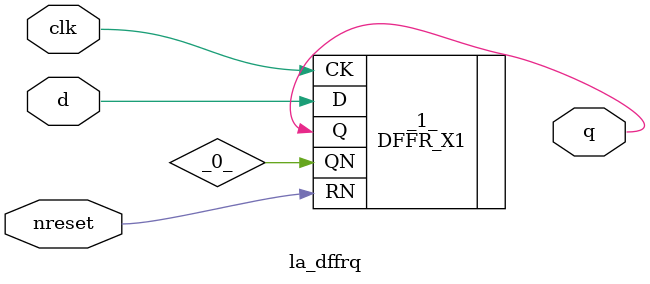
<source format=v>

/* Generated by Yosys 0.44 (git sha1 80ba43d26, g++ 11.4.0-1ubuntu1~22.04 -fPIC -O3) */

(* top =  1  *)
(* src = "generated" *)
module la_dffrq (
    d,
    clk,
    nreset,
    q
);
  (* unused_bits = "0" *)
  wire _0_;
  (* src = "generated" *)
  input clk;
  wire clk;
  (* src = "generated" *)
  input d;
  wire d;
  (* src = "generated" *)
  input nreset;
  wire nreset;
  (* src = "generated" *)
  output q;
  wire q;
  (* src = "generated" *)
  DFFR_X1 _1_ (
      .CK(clk),
      .D (d),
      .Q (q),
      .QN(_0_),
      .RN(nreset)
  );
endmodule

</source>
